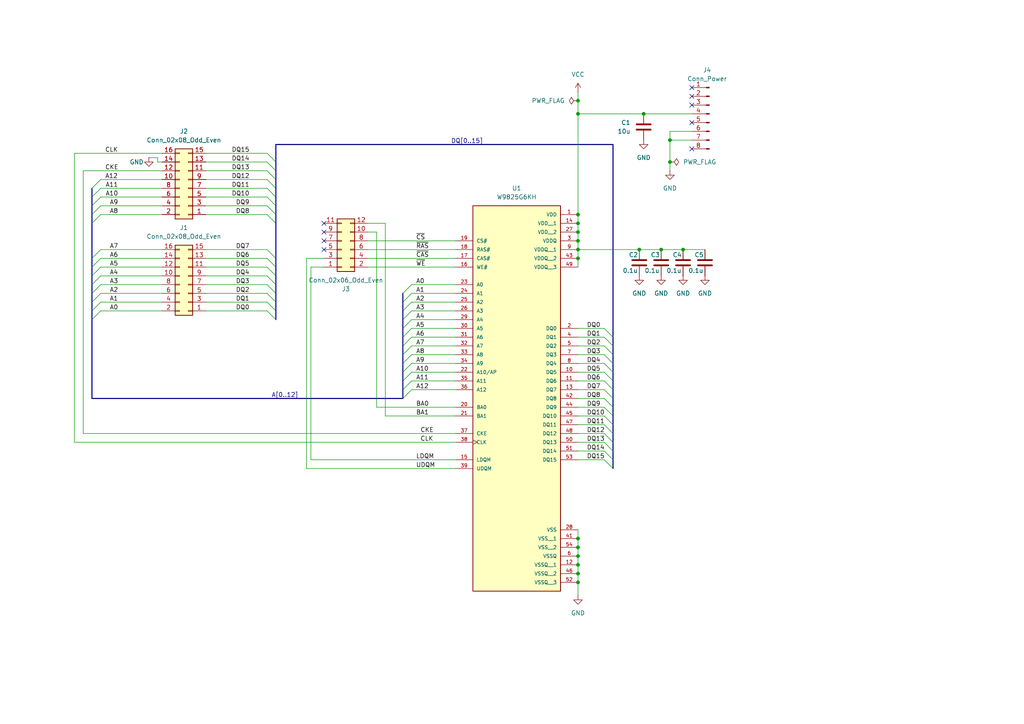
<source format=kicad_sch>
(kicad_sch (version 20231120) (generator "eeschema") (generator_version "8.0")
  (paper "A4")
  (lib_symbols
    (symbol "AS4C32M16SB-6TIN:AS4C32M16SB-6TIN" (pin_names (offset 1.016))
      (property "Reference" "U" (at -12.7 44.45 0))
      (property "Value" "AS4C32M16SB-6TIN" (at -12.7 -69.85 0))
      (symbol "AS4C32M16SB-6TIN_0_0"
        (rectangle (start -12.7 -68.58) (end 12.7 43.18) (stroke (width 0.254)) (fill (type background)))
        (pin power_in line (at 17.78 40.64 180) (length 5.08) (name "VDD") (number "1"))
        (pin bidirectional line (at 17.78 -5.08 180) (length 5.08) (name "DQ5") (number "10"))
        (pin bidirectional line (at 17.78 -7.62 180) (length 5.08) (name "DQ6") (number "11"))
        (pin power_in line (at 17.78 -60.96 180) (length 5.08) (name "VSSQ__1") (number "12"))
        (pin bidirectional line (at 17.78 -10.16 180) (length 5.08) (name "DQ7") (number "13"))
        (pin power_in line (at 17.78 38.1 180) (length 5.08) (name "VDD__1") (number "14"))
        (pin input line (at -17.78 -30.48 0) (length 5.08) (name "LDQM") (number "15"))
        (pin input line (at -17.78 25.4 0) (length 5.08) (name "WE#") (number "16"))
        (pin input line (at -17.78 27.94 0) (length 5.08) (name "CAS#") (number "17"))
        (pin input line (at -17.78 30.48 0) (length 5.08) (name "RAS#") (number "18"))
        (pin input line (at -17.78 33.02 0) (length 5.08) (name "CS#") (number "19"))
        (pin bidirectional line (at 17.78 7.62 180) (length 5.08) (name "DQ0") (number "2"))
        (pin input line (at -17.78 -15.24 0) (length 5.08) (name "BA0") (number "20"))
        (pin input line (at -17.78 -17.78 0) (length 5.08) (name "BA1") (number "21"))
        (pin input line (at -17.78 -5.08 0) (length 5.08) (name "A10/AP") (number "22"))
        (pin input line (at -17.78 20.32 0) (length 5.08) (name "A0") (number "23"))
        (pin input line (at -17.78 17.78 0) (length 5.08) (name "A1") (number "24"))
        (pin input line (at -17.78 15.24 0) (length 5.08) (name "A2") (number "25"))
        (pin input line (at -17.78 12.7 0) (length 5.08) (name "A3") (number "26"))
        (pin power_in line (at 17.78 35.56 180) (length 5.08) (name "VDD__2") (number "27"))
        (pin power_in line (at 17.78 -50.8 180) (length 5.08) (name "VSS") (number "28"))
        (pin input line (at -17.78 10.16 0) (length 5.08) (name "A4") (number "29"))
        (pin power_in line (at 17.78 33.02 180) (length 5.08) (name "VDDQ") (number "3"))
        (pin input line (at -17.78 7.62 0) (length 5.08) (name "A5") (number "30"))
        (pin input line (at -17.78 5.08 0) (length 5.08) (name "A6") (number "31"))
        (pin input line (at -17.78 2.54 0) (length 5.08) (name "A7") (number "32"))
        (pin input line (at -17.78 0 0) (length 5.08) (name "A8") (number "33"))
        (pin input line (at -17.78 -2.54 0) (length 5.08) (name "A9") (number "34"))
        (pin input line (at -17.78 -7.62 0) (length 5.08) (name "A11") (number "35"))
        (pin input line (at -17.78 -10.16 0) (length 5.08) (name "A12") (number "36"))
        (pin input line (at -17.78 -22.86 0) (length 5.08) (name "CKE") (number "37"))
        (pin input clock (at -17.78 -25.4 0) (length 5.08) (name "CLK") (number "38"))
        (pin input line (at -17.78 -33.02 0) (length 5.08) (name "UDQM") (number "39"))
        (pin bidirectional line (at 17.78 5.08 180) (length 5.08) (name "DQ1") (number "4"))
        (pin power_in line (at 17.78 -53.34 180) (length 5.08) (name "VSS__1") (number "41"))
        (pin bidirectional line (at 17.78 -12.7 180) (length 5.08) (name "DQ8") (number "42"))
        (pin power_in line (at 17.78 27.94 180) (length 5.08) (name "VDDQ__2") (number "43"))
        (pin bidirectional line (at 17.78 -15.24 180) (length 5.08) (name "DQ9") (number "44"))
        (pin bidirectional line (at 17.78 -17.78 180) (length 5.08) (name "DQ10") (number "45"))
        (pin power_in line (at 17.78 -63.5 180) (length 5.08) (name "VSSQ__2") (number "46"))
        (pin bidirectional line (at 17.78 -20.32 180) (length 5.08) (name "DQ11") (number "47"))
        (pin bidirectional line (at 17.78 -22.86 180) (length 5.08) (name "DQ12") (number "48"))
        (pin power_in line (at 17.78 25.4 180) (length 5.08) (name "VDDQ__3") (number "49"))
        (pin bidirectional line (at 17.78 2.54 180) (length 5.08) (name "DQ2") (number "5"))
        (pin bidirectional line (at 17.78 -25.4 180) (length 5.08) (name "DQ13") (number "50"))
        (pin bidirectional line (at 17.78 -27.94 180) (length 5.08) (name "DQ14") (number "51"))
        (pin power_in line (at 17.78 -66.04 180) (length 5.08) (name "VSSQ__3") (number "52"))
        (pin bidirectional line (at 17.78 -30.48 180) (length 5.08) (name "DQ15") (number "53"))
        (pin power_in line (at 17.78 -55.88 180) (length 5.08) (name "VSS__2") (number "54"))
        (pin power_in line (at 17.78 -58.42 180) (length 5.08) (name "VSSQ") (number "6"))
        (pin bidirectional line (at 17.78 0 180) (length 5.08) (name "DQ3") (number "7"))
        (pin bidirectional line (at 17.78 -2.54 180) (length 5.08) (name "DQ4") (number "8"))
        (pin power_in line (at 17.78 30.48 180) (length 5.08) (name "VDDQ__1") (number "9"))
      )
    )
    (symbol "Connector:Conn_01x08_Pin" (pin_names (offset 1.016) hide)
      (property "Reference" "J" (at 0 10.16 0))
      (property "Value" "Conn_01x08_Pin" (at 0 -12.7 0))
      (symbol "Conn_01x08_Pin_1_1"
        (polyline (pts (xy 1.27 -10.16) (xy 0.8636 -10.16)) (stroke (width 0.1524)))
        (polyline (pts (xy 1.27 -7.62) (xy 0.8636 -7.62)) (stroke (width 0.1524)))
        (polyline (pts (xy 1.27 -5.08) (xy 0.8636 -5.08)) (stroke (width 0.1524)))
        (polyline (pts (xy 1.27 -2.54) (xy 0.8636 -2.54)) (stroke (width 0.1524)))
        (polyline (pts (xy 1.27 0) (xy 0.8636 0)) (stroke (width 0.1524)))
        (polyline (pts (xy 1.27 2.54) (xy 0.8636 2.54)) (stroke (width 0.1524)))
        (polyline (pts (xy 1.27 5.08) (xy 0.8636 5.08)) (stroke (width 0.1524)))
        (polyline (pts (xy 1.27 7.62) (xy 0.8636 7.62)) (stroke (width 0.1524)))
        (rectangle (start 0.8636 -10.033) (end 0 -10.287) (stroke (width 0.1524)) (fill (type outline)))
        (rectangle (start 0.8636 -7.493) (end 0 -7.747) (stroke (width 0.1524)) (fill (type outline)))
        (rectangle (start 0.8636 -4.953) (end 0 -5.207) (stroke (width 0.1524)) (fill (type outline)))
        (rectangle (start 0.8636 -2.413) (end 0 -2.667) (stroke (width 0.1524)) (fill (type outline)))
        (rectangle (start 0.8636 0.127) (end 0 -0.127) (stroke (width 0.1524)) (fill (type outline)))
        (rectangle (start 0.8636 2.667) (end 0 2.413) (stroke (width 0.1524)) (fill (type outline)))
        (rectangle (start 0.8636 5.207) (end 0 4.953) (stroke (width 0.1524)) (fill (type outline)))
        (rectangle (start 0.8636 7.747) (end 0 7.493) (stroke (width 0.1524)) (fill (type outline)))
        (pin passive line (at 5.08 7.62 180) (length 3.81) (name "Pin_1") (number "1"))
        (pin passive line (at 5.08 5.08 180) (length 3.81) (name "Pin_2") (number "2"))
        (pin passive line (at 5.08 2.54 180) (length 3.81) (name "Pin_3") (number "3"))
        (pin passive line (at 5.08 0 180) (length 3.81) (name "Pin_4") (number "4"))
        (pin passive line (at 5.08 -2.54 180) (length 3.81) (name "Pin_5") (number "5"))
        (pin passive line (at 5.08 -5.08 180) (length 3.81) (name "Pin_6") (number "6"))
        (pin passive line (at 5.08 -7.62 180) (length 3.81) (name "Pin_7") (number "7"))
        (pin passive line (at 5.08 -10.16 180) (length 3.81) (name "Pin_8") (number "8"))
      )
    )
    (symbol "Connector_Generic:Conn_02x06_Odd_Even" (pin_names (offset 1.016) hide)
      (property "Reference" "J" (at 1.27 7.62 0))
      (property "Value" "Conn_02x06_Odd_Even" (at 1.27 -10.16 0))
      (symbol "Conn_02x06_Odd_Even_1_1"
        (rectangle (start -1.27 -7.493) (end 0 -7.747) (stroke (width 0.1524)))
        (rectangle (start -1.27 -4.953) (end 0 -5.207) (stroke (width 0.1524)))
        (rectangle (start -1.27 -2.413) (end 0 -2.667) (stroke (width 0.1524)))
        (rectangle (start -1.27 0.127) (end 0 -0.127) (stroke (width 0.1524)))
        (rectangle (start -1.27 2.667) (end 0 2.413) (stroke (width 0.1524)))
        (rectangle (start -1.27 5.207) (end 0 4.953) (stroke (width 0.1524)))
        (rectangle (start -1.27 6.35) (end 3.81 -8.89) (stroke (width 0.254)) (fill (type background)))
        (rectangle (start 3.81 -7.493) (end 2.54 -7.747) (stroke (width 0.1524)))
        (rectangle (start 3.81 -4.953) (end 2.54 -5.207) (stroke (width 0.1524)))
        (rectangle (start 3.81 -2.413) (end 2.54 -2.667) (stroke (width 0.1524)))
        (rectangle (start 3.81 0.127) (end 2.54 -0.127) (stroke (width 0.1524)))
        (rectangle (start 3.81 2.667) (end 2.54 2.413) (stroke (width 0.1524)))
        (rectangle (start 3.81 5.207) (end 2.54 4.953) (stroke (width 0.1524)))
        (pin passive line (at -5.08 5.08 0) (length 3.81) (name "Pin_1") (number "1"))
        (pin passive line (at 7.62 -5.08 180) (length 3.81) (name "Pin_10") (number "10"))
        (pin passive line (at -5.08 -7.62 0) (length 3.81) (name "Pin_11") (number "11"))
        (pin passive line (at 7.62 -7.62 180) (length 3.81) (name "Pin_12") (number "12"))
        (pin passive line (at 7.62 5.08 180) (length 3.81) (name "Pin_2") (number "2"))
        (pin passive line (at -5.08 2.54 0) (length 3.81) (name "Pin_3") (number "3"))
        (pin passive line (at 7.62 2.54 180) (length 3.81) (name "Pin_4") (number "4"))
        (pin passive line (at -5.08 0 0) (length 3.81) (name "Pin_5") (number "5"))
        (pin passive line (at 7.62 0 180) (length 3.81) (name "Pin_6") (number "6"))
        (pin passive line (at -5.08 -2.54 0) (length 3.81) (name "Pin_7") (number "7"))
        (pin passive line (at 7.62 -2.54 180) (length 3.81) (name "Pin_8") (number "8"))
        (pin passive line (at -5.08 -5.08 0) (length 3.81) (name "Pin_9") (number "9"))
      )
    )
    (symbol "Connector_Generic:Conn_02x08_Odd_Even" (pin_names (offset 1.016) hide)
      (property "Reference" "J" (at 1.27 10.16 0))
      (property "Value" "Conn_02x08_Odd_Even" (at 1.27 -12.7 0))
      (symbol "Conn_02x08_Odd_Even_1_1"
        (rectangle (start -1.27 -10.033) (end 0 -10.287) (stroke (width 0.1524)))
        (rectangle (start -1.27 -7.493) (end 0 -7.747) (stroke (width 0.1524)))
        (rectangle (start -1.27 -4.953) (end 0 -5.207) (stroke (width 0.1524)))
        (rectangle (start -1.27 -2.413) (end 0 -2.667) (stroke (width 0.1524)))
        (rectangle (start -1.27 0.127) (end 0 -0.127) (stroke (width 0.1524)))
        (rectangle (start -1.27 2.667) (end 0 2.413) (stroke (width 0.1524)))
        (rectangle (start -1.27 5.207) (end 0 4.953) (stroke (width 0.1524)))
        (rectangle (start -1.27 7.747) (end 0 7.493) (stroke (width 0.1524)))
        (rectangle (start -1.27 8.89) (end 3.81 -11.43) (stroke (width 0.254)) (fill (type background)))
        (rectangle (start 3.81 -10.033) (end 2.54 -10.287) (stroke (width 0.1524)))
        (rectangle (start 3.81 -7.493) (end 2.54 -7.747) (stroke (width 0.1524)))
        (rectangle (start 3.81 -4.953) (end 2.54 -5.207) (stroke (width 0.1524)))
        (rectangle (start 3.81 -2.413) (end 2.54 -2.667) (stroke (width 0.1524)))
        (rectangle (start 3.81 0.127) (end 2.54 -0.127) (stroke (width 0.1524)))
        (rectangle (start 3.81 2.667) (end 2.54 2.413) (stroke (width 0.1524)))
        (rectangle (start 3.81 5.207) (end 2.54 4.953) (stroke (width 0.1524)))
        (rectangle (start 3.81 7.747) (end 2.54 7.493) (stroke (width 0.1524)))
        (pin passive line (at -5.08 7.62 0) (length 3.81) (name "Pin_1") (number "1"))
        (pin passive line (at 7.62 -2.54 180) (length 3.81) (name "Pin_10") (number "10"))
        (pin passive line (at -5.08 -5.08 0) (length 3.81) (name "Pin_11") (number "11"))
        (pin passive line (at 7.62 -5.08 180) (length 3.81) (name "Pin_12") (number "12"))
        (pin passive line (at -5.08 -7.62 0) (length 3.81) (name "Pin_13") (number "13"))
        (pin passive line (at 7.62 -7.62 180) (length 3.81) (name "Pin_14") (number "14"))
        (pin passive line (at -5.08 -10.16 0) (length 3.81) (name "Pin_15") (number "15"))
        (pin passive line (at 7.62 -10.16 180) (length 3.81) (name "Pin_16") (number "16"))
        (pin passive line (at 7.62 7.62 180) (length 3.81) (name "Pin_2") (number "2"))
        (pin passive line (at -5.08 5.08 0) (length 3.81) (name "Pin_3") (number "3"))
        (pin passive line (at 7.62 5.08 180) (length 3.81) (name "Pin_4") (number "4"))
        (pin passive line (at -5.08 2.54 0) (length 3.81) (name "Pin_5") (number "5"))
        (pin passive line (at 7.62 2.54 180) (length 3.81) (name "Pin_6") (number "6"))
        (pin passive line (at -5.08 0 0) (length 3.81) (name "Pin_7") (number "7"))
        (pin passive line (at 7.62 0 180) (length 3.81) (name "Pin_8") (number "8"))
        (pin passive line (at -5.08 -2.54 0) (length 3.81) (name "Pin_9") (number "9"))
      )
    )
    (symbol "Device:C" (pin_numbers hide) (pin_names (offset 0.254))
      (property "Reference" "C" (at 0.635 2.54 0))
      (property "Value" "C" (at 0.635 -2.54 0))
      (symbol "C_0_1"
        (polyline (pts (xy -2.032 -0.762) (xy 2.032 -0.762)) (stroke (width 0.508)))
        (polyline (pts (xy -2.032 0.762) (xy 2.032 0.762)) (stroke (width 0.508)))
      )
      (symbol "C_1_1"
        (pin passive line (at 0 3.81 270) (length 2.794) (name "~") (number "1"))
        (pin passive line (at 0 -3.81 90) (length 2.794) (name "~") (number "2"))
      )
    )
    (symbol "power:GND" (power) (pin_numbers hide) (pin_names (offset 0) hide)
      (property "Value" "GND" (at 0 -3.81 0))
      (symbol "GND_0_1"
        (polyline (pts (xy 0 0) (xy 0 -1.27) (xy 1.27 -1.27) (xy 0 -2.54) (xy -1.27 -1.27) (xy 0 -1.27)))
      )
      (symbol "GND_1_1"
        (pin power_in line (at 0 0 270) (length 0) (name "~") (number "1"))
      )
    )
    (symbol "power:PWR_FLAG" (power) (pin_numbers hide) (pin_names (offset 0) hide)
      (property "Value" "PWR_FLAG" (at 0 3.81 0))
      (symbol "PWR_FLAG_0_0"
        (pin power_out line (at 0 0 90) (length 0) (name "~") (number "1"))
      )
      (symbol "PWR_FLAG_0_1"
        (polyline (pts (xy 0 0) (xy 0 1.27) (xy -1.016 1.905) (xy 0 2.54) (xy 1.016 1.905) (xy 0 1.27)))
      )
    )
    (symbol "power:VCC" (power) (pin_numbers hide) (pin_names (offset 0) hide)
      (property "Value" "VCC" (at 0 3.556 0))
      (symbol "VCC_0_1"
        (polyline (pts (xy -0.762 1.27) (xy 0 2.54)))
        (polyline (pts (xy 0 0) (xy 0 2.54)))
        (polyline (pts (xy 0 2.54) (xy 0.762 1.27)))
      )
      (symbol "VCC_1_1"
        (pin power_in line (at 0 0 90) (length 0) (name "~") (number "1"))
      )
    )
  )
  (junction (at 167.64 29.21))
  (junction (at 167.64 69.85))
  (junction (at 167.64 64.77))
  (junction (at 167.64 168.91))
  (junction (at 167.64 74.93))
  (junction (at 167.64 72.39))
  (junction (at 194.31 46.99))
  (junction (at 167.64 161.29))
  (junction (at 186.69 33.02))
  (junction (at 167.64 67.31))
  (junction (at 167.64 166.37))
  (junction (at 191.77 72.39))
  (junction (at 194.31 40.64))
  (junction (at 167.64 163.83))
  (junction (at 167.64 156.21))
  (junction (at 167.64 62.23))
  (junction (at 185.42 72.39))
  (junction (at 198.12 72.39))
  (junction (at 167.64 158.75))
  (junction (at 167.64 33.02))
  (no_connect (at 200.66 35.56))
  (no_connect (at 93.98 67.31))
  (no_connect (at 200.66 27.94))
  (no_connect (at 200.66 43.18))
  (no_connect (at 93.98 72.39))
  (no_connect (at 93.98 69.85))
  (no_connect (at 200.66 25.4))
  (no_connect (at 200.66 30.48))
  (no_connect (at 93.98 64.77))
  (bus_entry (at 80.01 57.15) (size -2.54 -2.54))
  (bus_entry (at 119.38 97.79) (size -2.54 2.54))
  (bus_entry (at 175.26 97.79) (size 2.54 2.54))
  (bus_entry (at 119.38 102.87) (size -2.54 2.54))
  (bus_entry (at 175.26 100.33) (size 2.54 2.54))
  (bus_entry (at 175.26 133.35) (size 2.54 2.54))
  (bus_entry (at 119.38 110.49) (size -2.54 2.54))
  (bus_entry (at 119.38 85.09) (size -2.54 2.54))
  (bus_entry (at 119.38 100.33) (size -2.54 2.54))
  (bus_entry (at 26.67 87.63) (size 2.54 -2.54))
  (bus_entry (at 175.26 105.41) (size 2.54 2.54))
  (bus_entry (at 175.26 128.27) (size 2.54 2.54))
  (bus_entry (at 175.26 95.25) (size 2.54 2.54))
  (bus_entry (at 175.26 102.87) (size 2.54 2.54))
  (bus_entry (at 80.01 90.17) (size -2.54 -2.54))
  (bus_entry (at 80.01 54.61) (size -2.54 -2.54))
  (bus_entry (at 26.67 54.61) (size 2.54 -2.54))
  (bus_entry (at 26.67 85.09) (size 2.54 -2.54))
  (bus_entry (at 80.01 49.53) (size -2.54 -2.54))
  (bus_entry (at 119.38 105.41) (size -2.54 2.54))
  (bus_entry (at 116.84 115.57) (size 2.54 -2.54))
  (bus_entry (at 26.67 57.15) (size 2.54 -2.54))
  (bus_entry (at 80.01 80.01) (size -2.54 -2.54))
  (bus_entry (at 119.38 87.63) (size -2.54 2.54))
  (bus_entry (at 119.38 107.95) (size -2.54 2.54))
  (bus_entry (at 26.67 59.69) (size 2.54 -2.54))
  (bus_entry (at 80.01 64.77) (size -2.54 -2.54))
  (bus_entry (at 119.38 95.25) (size -2.54 2.54))
  (bus_entry (at 80.01 74.93) (size -2.54 -2.54))
  (bus_entry (at 119.38 90.17) (size -2.54 2.54))
  (bus_entry (at 26.67 92.71) (size 2.54 -2.54))
  (bus_entry (at 175.26 125.73) (size 2.54 2.54))
  (bus_entry (at 80.01 62.23) (size -2.54 -2.54))
  (bus_entry (at 80.01 77.47) (size -2.54 -2.54))
  (bus_entry (at 26.67 74.93) (size 2.54 -2.54))
  (bus_entry (at 175.26 110.49) (size 2.54 2.54))
  (bus_entry (at 80.01 46.99) (size -2.54 -2.54))
  (bus_entry (at 26.67 82.55) (size 2.54 -2.54))
  (bus_entry (at 175.26 115.57) (size 2.54 2.54))
  (bus_entry (at 80.01 85.09) (size -2.54 -2.54))
  (bus_entry (at 26.67 77.47) (size 2.54 -2.54))
  (bus_entry (at 26.67 62.23) (size 2.54 -2.54))
  (bus_entry (at 26.67 90.17) (size 2.54 -2.54))
  (bus_entry (at 80.01 52.07) (size -2.54 -2.54))
  (bus_entry (at 119.38 92.71) (size -2.54 2.54))
  (bus_entry (at 175.26 123.19) (size 2.54 2.54))
  (bus_entry (at 175.26 120.65) (size 2.54 2.54))
  (bus_entry (at 175.26 118.11) (size 2.54 2.54))
  (bus_entry (at 80.01 59.69) (size -2.54 -2.54))
  (bus_entry (at 26.67 80.01) (size 2.54 -2.54))
  (bus_entry (at 26.67 64.77) (size 2.54 -2.54))
  (bus_entry (at 175.26 107.95) (size 2.54 2.54))
  (bus_entry (at 80.01 87.63) (size -2.54 -2.54))
  (bus_entry (at 80.01 92.71) (size -2.54 -2.54))
  (bus_entry (at 80.01 82.55) (size -2.54 -2.54))
  (bus_entry (at 175.26 130.81) (size 2.54 2.54))
  (bus_entry (at 175.26 113.03) (size 2.54 2.54))
  (bus_entry (at 119.38 82.55) (size -2.54 2.54))
  (wire (pts (xy 167.64 72.39) (xy 185.42 72.39)))
  (wire (pts (xy 167.64 29.21) (xy 167.64 33.02)))
  (wire (pts (xy 167.64 158.75) (xy 167.64 161.29)))
  (wire (pts (xy 167.64 115.57) (xy 175.26 115.57)))
  (wire (pts (xy 167.64 72.39) (xy 167.64 74.93)))
  (wire (pts (xy 167.64 110.49) (xy 175.26 110.49)))
  (wire (pts (xy 119.38 92.71) (xy 132.08 92.71)))
  (bus (pts (xy 116.84 105.41) (xy 116.84 102.87)))
  (wire (pts (xy 88.9 135.89) (xy 132.08 135.89)))
  (bus (pts (xy 80.01 54.61) (xy 80.01 52.07)))
  (wire (pts (xy 191.77 72.39) (xy 198.12 72.39)))
  (wire (pts (xy 167.64 118.11) (xy 175.26 118.11)))
  (bus (pts (xy 80.01 85.09) (xy 80.01 82.55)))
  (wire (pts (xy 167.64 102.87) (xy 175.26 102.87)))
  (wire (pts (xy 119.38 97.79) (xy 132.08 97.79)))
  (bus (pts (xy 177.8 133.35) (xy 177.8 130.81)))
  (wire (pts (xy 119.38 95.25) (xy 132.08 95.25)))
  (bus (pts (xy 116.84 107.95) (xy 116.84 110.49)))
  (wire (pts (xy 29.21 80.01) (xy 46.99 80.01)))
  (bus (pts (xy 116.84 97.79) (xy 116.84 100.33)))
  (bus (pts (xy 26.67 74.93) (xy 26.67 77.47)))
  (bus (pts (xy 116.84 115.57) (xy 116.84 113.03)))
  (bus (pts (xy 80.01 64.77) (xy 80.01 74.93)))
  (bus (pts (xy 177.8 118.11) (xy 177.8 120.65)))
  (wire (pts (xy 167.64 130.81) (xy 175.26 130.81)))
  (wire (pts (xy 77.47 85.09) (xy 59.69 85.09)))
  (wire (pts (xy 167.64 62.23) (xy 167.64 64.77)))
  (wire (pts (xy 59.69 49.53) (xy 77.47 49.53)))
  (bus (pts (xy 80.01 59.69) (xy 80.01 57.15)))
  (wire (pts (xy 167.64 97.79) (xy 175.26 97.79)))
  (bus (pts (xy 177.8 100.33) (xy 177.8 102.87)))
  (wire (pts (xy 106.68 64.77) (xy 111.76 64.77)))
  (wire (pts (xy 29.21 74.93) (xy 46.99 74.93)))
  (bus (pts (xy 80.01 62.23) (xy 80.01 64.77)))
  (wire (pts (xy 88.9 74.93) (xy 88.9 135.89)))
  (wire (pts (xy 46.99 62.23) (xy 29.21 62.23)))
  (wire (pts (xy 106.68 67.31) (xy 109.22 67.31)))
  (bus (pts (xy 80.01 80.01) (xy 80.01 77.47)))
  (wire (pts (xy 194.31 46.99) (xy 194.31 49.53)))
  (wire (pts (xy 194.31 38.1) (xy 200.66 38.1)))
  (wire (pts (xy 119.38 105.41) (xy 132.08 105.41)))
  (wire (pts (xy 24.13 49.53) (xy 24.13 125.73)))
  (wire (pts (xy 90.17 77.47) (xy 93.98 77.47)))
  (wire (pts (xy 167.64 128.27) (xy 175.26 128.27)))
  (wire (pts (xy 59.69 57.15) (xy 77.47 57.15)))
  (bus (pts (xy 80.01 92.71) (xy 80.01 90.17)))
  (bus (pts (xy 80.01 52.07) (xy 80.01 49.53)))
  (wire (pts (xy 167.64 163.83) (xy 167.64 166.37)))
  (bus (pts (xy 26.67 92.71) (xy 26.67 115.57)))
  (bus (pts (xy 177.8 107.95) (xy 177.8 110.49)))
  (wire (pts (xy 43.18 45.72) (xy 45.72 45.72)))
  (wire (pts (xy 167.64 95.25) (xy 175.26 95.25)))
  (bus (pts (xy 177.8 105.41) (xy 177.8 107.95)))
  (bus (pts (xy 116.84 105.41) (xy 116.84 107.95)))
  (wire (pts (xy 185.42 72.39) (xy 191.77 72.39)))
  (bus (pts (xy 177.8 110.49) (xy 177.8 113.03)))
  (bus (pts (xy 177.8 41.91) (xy 177.8 97.79)))
  (wire (pts (xy 109.22 118.11) (xy 132.08 118.11)))
  (wire (pts (xy 59.69 46.99) (xy 77.47 46.99)))
  (wire (pts (xy 77.47 80.01) (xy 59.69 80.01)))
  (wire (pts (xy 29.21 82.55) (xy 46.99 82.55)))
  (wire (pts (xy 167.64 26.67) (xy 167.64 29.21)))
  (wire (pts (xy 194.31 38.1) (xy 194.31 40.64)))
  (wire (pts (xy 93.98 74.93) (xy 88.9 74.93)))
  (wire (pts (xy 167.64 133.35) (xy 175.26 133.35)))
  (wire (pts (xy 119.38 87.63) (xy 132.08 87.63)))
  (wire (pts (xy 167.64 74.93) (xy 167.64 77.47)))
  (wire (pts (xy 198.12 72.39) (xy 204.47 72.39)))
  (wire (pts (xy 119.38 102.87) (xy 132.08 102.87)))
  (bus (pts (xy 80.01 82.55) (xy 80.01 80.01)))
  (bus (pts (xy 177.8 133.35) (xy 177.8 135.89)))
  (wire (pts (xy 167.64 67.31) (xy 167.64 69.85)))
  (bus (pts (xy 116.84 95.25) (xy 116.84 97.79)))
  (wire (pts (xy 46.99 54.61) (xy 29.21 54.61)))
  (wire (pts (xy 194.31 40.64) (xy 200.66 40.64)))
  (wire (pts (xy 45.72 46.99) (xy 46.99 46.99)))
  (bus (pts (xy 177.8 130.81) (xy 177.8 128.27)))
  (wire (pts (xy 106.68 69.85) (xy 132.08 69.85)))
  (wire (pts (xy 77.47 74.93) (xy 59.69 74.93)))
  (bus (pts (xy 80.01 87.63) (xy 80.01 85.09)))
  (bus (pts (xy 26.67 62.23) (xy 26.67 64.77)))
  (bus (pts (xy 26.67 82.55) (xy 26.67 85.09)))
  (wire (pts (xy 119.38 90.17) (xy 132.08 90.17)))
  (wire (pts (xy 24.13 49.53) (xy 46.99 49.53)))
  (wire (pts (xy 29.21 72.39) (xy 46.99 72.39)))
  (bus (pts (xy 177.8 123.19) (xy 177.8 125.73)))
  (wire (pts (xy 119.38 110.49) (xy 132.08 110.49)))
  (wire (pts (xy 77.47 77.47) (xy 59.69 77.47)))
  (bus (pts (xy 177.8 120.65) (xy 177.8 123.19)))
  (wire (pts (xy 29.21 90.17) (xy 46.99 90.17)))
  (wire (pts (xy 167.64 69.85) (xy 167.64 72.39)))
  (wire (pts (xy 167.64 113.03) (xy 175.26 113.03)))
  (bus (pts (xy 80.01 57.15) (xy 80.01 54.61)))
  (wire (pts (xy 21.59 128.27) (xy 21.59 44.45)))
  (wire (pts (xy 119.38 107.95) (xy 132.08 107.95)))
  (wire (pts (xy 24.13 125.73) (xy 132.08 125.73)))
  (wire (pts (xy 21.59 128.27) (xy 132.08 128.27)))
  (wire (pts (xy 167.64 120.65) (xy 175.26 120.65)))
  (wire (pts (xy 111.76 64.77) (xy 111.76 120.65)))
  (bus (pts (xy 80.01 59.69) (xy 80.01 62.23)))
  (wire (pts (xy 106.68 74.93) (xy 132.08 74.93)))
  (wire (pts (xy 200.66 33.02) (xy 186.69 33.02)))
  (wire (pts (xy 167.64 153.67) (xy 167.64 156.21)))
  (wire (pts (xy 59.69 52.07) (xy 77.47 52.07)))
  (wire (pts (xy 167.64 125.73) (xy 175.26 125.73)))
  (bus (pts (xy 116.84 113.03) (xy 116.84 110.49)))
  (wire (pts (xy 167.64 107.95) (xy 175.26 107.95)))
  (wire (pts (xy 119.38 85.09) (xy 132.08 85.09)))
  (bus (pts (xy 26.67 59.69) (xy 26.67 62.23)))
  (wire (pts (xy 29.21 52.07) (xy 46.99 52.07)))
  (wire (pts (xy 167.64 168.91) (xy 167.64 172.72)))
  (wire (pts (xy 109.22 67.31) (xy 109.22 118.11)))
  (bus (pts (xy 80.01 49.53) (xy 80.01 46.99)))
  (wire (pts (xy 167.64 105.41) (xy 175.26 105.41)))
  (bus (pts (xy 177.8 128.27) (xy 177.8 125.73)))
  (wire (pts (xy 119.38 113.03) (xy 132.08 113.03)))
  (wire (pts (xy 186.69 33.02) (xy 167.64 33.02)))
  (wire (pts (xy 119.38 100.33) (xy 132.08 100.33)))
  (bus (pts (xy 177.8 97.79) (xy 177.8 100.33)))
  (bus (pts (xy 26.67 64.77) (xy 26.67 74.93)))
  (bus (pts (xy 116.84 85.09) (xy 116.84 87.63)))
  (bus (pts (xy 26.67 115.57) (xy 116.84 115.57)))
  (wire (pts (xy 29.21 85.09) (xy 46.99 85.09)))
  (wire (pts (xy 167.64 156.21) (xy 167.64 158.75)))
  (bus (pts (xy 177.8 115.57) (xy 177.8 118.11)))
  (bus (pts (xy 116.84 90.17) (xy 116.84 92.71)))
  (bus (pts (xy 26.67 80.01) (xy 26.67 82.55)))
  (wire (pts (xy 77.47 90.17) (xy 59.69 90.17)))
  (wire (pts (xy 132.08 120.65) (xy 111.76 120.65)))
  (wire (pts (xy 90.17 133.35) (xy 90.17 77.47)))
  (wire (pts (xy 59.69 59.69) (xy 77.47 59.69)))
  (wire (pts (xy 59.69 54.61) (xy 77.47 54.61)))
  (bus (pts (xy 80.01 90.17) (xy 80.01 87.63)))
  (bus (pts (xy 177.8 113.03) (xy 177.8 115.57)))
  (wire (pts (xy 167.64 64.77) (xy 167.64 67.31)))
  (bus (pts (xy 26.67 57.15) (xy 26.67 59.69)))
  (wire (pts (xy 167.64 166.37) (xy 167.64 168.91)))
  (wire (pts (xy 46.99 57.15) (xy 29.21 57.15)))
  (bus (pts (xy 80.01 77.47) (xy 80.01 74.93)))
  (wire (pts (xy 29.21 77.47) (xy 46.99 77.47)))
  (wire (pts (xy 77.47 82.55) (xy 59.69 82.55)))
  (bus (pts (xy 26.67 90.17) (xy 26.67 92.71)))
  (wire (pts (xy 106.68 72.39) (xy 132.08 72.39)))
  (wire (pts (xy 59.69 44.45) (xy 77.47 44.45)))
  (wire (pts (xy 46.99 59.69) (xy 29.21 59.69)))
  (bus (pts (xy 26.67 54.61) (xy 26.67 57.15)))
  (bus (pts (xy 116.84 87.63) (xy 116.84 90.17)))
  (wire (pts (xy 77.47 62.23) (xy 59.69 62.23)))
  (bus (pts (xy 80.01 46.99) (xy 80.01 41.91)))
  (wire (pts (xy 106.68 77.47) (xy 132.08 77.47)))
  (wire (pts (xy 29.21 87.63) (xy 46.99 87.63)))
  (bus (pts (xy 177.8 102.87) (xy 177.8 105.41)))
  (wire (pts (xy 77.47 87.63) (xy 59.69 87.63)))
  (bus (pts (xy 116.84 100.33) (xy 116.84 102.87)))
  (bus (pts (xy 116.84 95.25) (xy 116.84 92.71)))
  (bus (pts (xy 80.01 41.91) (xy 177.8 41.91)))
  (wire (pts (xy 45.72 45.72) (xy 45.72 46.99)))
  (wire (pts (xy 21.59 44.45) (xy 46.99 44.45)))
  (wire (pts (xy 119.38 82.55) (xy 132.08 82.55)))
  (wire (pts (xy 167.64 161.29) (xy 167.64 163.83)))
  (bus (pts (xy 26.67 87.63) (xy 26.67 90.17)))
  (wire (pts (xy 194.31 40.64) (xy 194.31 46.99)))
  (wire (pts (xy 167.64 100.33) (xy 175.26 100.33)))
  (bus (pts (xy 26.67 77.47) (xy 26.67 80.01)))
  (wire (pts (xy 90.17 133.35) (xy 132.08 133.35)))
  (wire (pts (xy 167.64 123.19) (xy 175.26 123.19)))
  (wire (pts (xy 77.47 72.39) (xy 59.69 72.39)))
  (bus (pts (xy 26.67 85.09) (xy 26.67 87.63)))
  (wire (pts (xy 167.64 33.02) (xy 167.64 62.23)))
  (label "DQ9" (at 170.18 118.11 0))
  (label "~{CS}" (at 120.65 69.85 0))
  (label "DQ13" (at 72.39 49.53 180))
  (label "LDQM" (at 120.65 133.35 0))
  (label "A[0..12]" (at 78.74 115.57 0))
  (label "DQ1" (at 170.18 97.79 0))
  (label "DQ1" (at 72.39 87.63 180))
  (label "~{CAS}" (at 120.65 74.93 0))
  (label "CKE" (at 30.48 49.53 0))
  (label "A1" (at 120.65 85.09 0))
  (label "A0" (at 120.65 82.55 0))
  (label "A8" (at 34.29 62.23 180))
  (label "CLK" (at 30.48 44.45 0))
  (label "DQ15" (at 72.39 44.45 180))
  (label "DQ8" (at 72.39 62.23 180))
  (label "BA1" (at 120.65 120.65 0))
  (label "DQ3" (at 170.18 102.87 0))
  (label "DQ2" (at 170.18 100.33 0))
  (label "DQ14" (at 72.39 46.99 180))
  (label "A12" (at 30.48 52.07 0))
  (label "DQ4" (at 72.39 80.01 180))
  (label "DQ14" (at 170.18 130.81 0))
  (label "A10" (at 120.65 107.95 0))
  (label "A2" (at 120.65 87.63 0))
  (label "A4" (at 34.29 80.01 180))
  (label "A7" (at 34.29 72.39 180))
  (label "A7" (at 120.65 100.33 0))
  (label "DQ11" (at 170.18 123.19 0))
  (label "CKE" (at 121.92 125.73 0))
  (label "A6" (at 34.29 74.93 180))
  (label "DQ[0..15]" (at 130.81 41.91 0))
  (label "DQ0" (at 170.18 95.25 0))
  (label "DQ0" (at 72.39 90.17 180))
  (label "DQ6" (at 72.39 74.93 180))
  (label "BA0" (at 120.65 118.11 0))
  (label "DQ6" (at 170.18 110.49 0))
  (label "A5" (at 34.29 77.47 180))
  (label "A3" (at 34.29 82.55 180))
  (label "A2" (at 34.29 85.09 180))
  (label "A9" (at 34.29 59.69 180))
  (label "A3" (at 120.65 90.17 0))
  (label "DQ5" (at 170.18 107.95 0))
  (label "UDQM" (at 120.65 135.89 0))
  (label "A11" (at 34.29 54.61 180))
  (label "A5" (at 120.65 95.25 0))
  (label "DQ2" (at 72.39 85.09 180))
  (label "DQ12" (at 170.18 125.73 0))
  (label "DQ4" (at 170.18 105.41 0))
  (label "DQ9" (at 72.39 59.69 180))
  (label "DQ12" (at 72.39 52.07 180))
  (label "DQ5" (at 72.39 77.47 180))
  (label "A8" (at 120.65 102.87 0))
  (label "DQ7" (at 72.39 72.39 180))
  (label "A1" (at 34.29 87.63 180))
  (label "DQ11" (at 72.39 54.61 180))
  (label "DQ7" (at 170.18 113.03 0))
  (label "~{WE}" (at 120.65 77.47 0))
  (label "A12" (at 120.65 113.03 0))
  (label "A10" (at 34.29 57.15 180))
  (label "DQ3" (at 72.39 82.55 180))
  (label "DQ8" (at 170.18 115.57 0))
  (label "A0" (at 34.29 90.17 180))
  (label "DQ10" (at 170.18 120.65 0))
  (label "DQ15" (at 170.18 133.35 0))
  (label "A11" (at 120.65 110.49 0))
  (label "DQ13" (at 170.18 128.27 0))
  (label "~{RAS}" (at 120.65 72.39 0))
  (label "A6" (at 120.65 97.79 0))
  (label "DQ10" (at 72.39 57.15 180))
  (label "CLK" (at 121.92 128.27 0))
  (label "A9" (at 120.65 105.41 0))
  (label "A4" (at 120.65 92.71 0))
  (symbol (lib_id "Device:C") (at 186.69 36.83 0) (mirror y) (unit 1)
    (property "Reference" "C1" (at 182.88 35.5599 0) (effects (justify left)))
    (property "Value" "10u" (at 182.88 38.0999 0) (effects (justify left)))
    (property "Footprint" "Capacitor_SMD:C_0805_2012Metric" (effects (hide yes)))
    (property "Description" "Unpolarized capacitor" (effects (hide yes)))
  )
  (symbol (lib_id "Connector_Generic:Conn_02x08_Odd_Even") (at 54.61 82.55 180) (unit 1)
    (property "Reference" "J1" (at 53.34 66.04 0))
    (property "Value" "Conn_02x08_Odd_Even" (at 53.34 68.58 0))
    (property "Footprint" "Connector_PinHeader_2.54mm:PinHeader_2x08_P2.54mm_Vertical" (effects (hide yes)))
    (property "Description" "Generic connector, double row, 02x08, odd/even pin numbering scheme (row 1 odd numbers, row 2 even numbers), script generated (kicad-library-utils/schlib/autogen/connector/)" (effects (hide yes)))
  )
  (symbol (lib_id "power:PWR_FLAG") (at 167.64 29.21 90) (unit 1)
    (property "Reference" "#FLG01" (effects (hide yes)))
    (property "Value" "PWR_FLAG" (at 163.83 29.2099 90) (effects (justify left)))
    (property "Description" "Special symbol for telling ERC where power comes from" (effects (hide yes)))
  )
  (symbol (lib_id "Device:C") (at 204.47 76.2 0) (unit 1)
    (property "Reference" "C5" (at 201.422 73.914 0) (effects (justify left)))
    (property "Value" "0.1u" (at 199.644 78.486 0) (effects (justify left)))
    (property "Footprint" "Capacitor_SMD:C_0805_2012Metric" (effects (hide yes)))
    (property "Description" "Unpolarized capacitor" (effects (hide yes)))
  )
  (symbol (lib_id "power:PWR_FLAG") (at 194.31 46.99 270) (unit 1)
    (property "Reference" "#FLG02" (effects (hide yes)))
    (property "Value" "PWR_FLAG" (at 198.12 46.9899 90) (effects (justify left)))
    (property "Description" "Special symbol for telling ERC where power comes from" (effects (hide yes)))
  )
  (symbol (lib_id "AS4C32M16SB-6TIN:AS4C32M16SB-6TIN") (at 149.86 102.87 0) (unit 1)
    (property "Reference" "U1" (at 149.86 54.61 0))
    (property "Value" "W9825G6KH" (at 149.86 57.15 0))
    (property "Footprint" "Package_SO:TSOP-II-54_22.2x10.16mm_P0.8mm" (effects (hide yes)))
    (property "E2_MAX" "0.0" (effects (hide yes)))
    (property "B_NOM" "0.35" (effects (hide yes)))
    (property "D_MAX" "22.35" (effects (hide yes)))
    (property "E1_NOM" "10.16" (effects (hide yes)))
    (property "E1_MIN" "10.03" (effects (hide yes)))
    (property "B_MAX" "0.45" (effects (hide yes)))
    (property "D2_MAX" "0.0" (effects (hide yes)))
    (property "ENOM" "0.8" (effects (hide yes)))
    (property "D_NOM" "22.22" (effects (hide yes)))
    (property "L_MAX" "0.6" (effects (hide yes)))
    (property "A_MAX" "1.2" (effects (hide yes)))
    (property "A_NOM" "1.2" (effects (hide yes)))
    (property "A_MIN" "1.2" (effects (hide yes)))
    (property "STANDARD" "IPC 7351B" (effects (hide yes)))
    (property "PARTREV" "1.2" (effects (hide yes)))
    (property "E_NOM" "11.76" (effects (hide yes)))
    (property "B_MIN" "0.25" (effects (hide yes)))
    (property "PIN_COUNT" "54.0" (effects (hide yes)))
    (property "L_NOM" "0.5" (effects (hide yes)))
    (property "MANUFACTURER" "Alliance Memory" (effects (hide yes)))
    (property "A1_MIN" "0.05" (effects (hide yes)))
    (property "E1_MAX" "10.29" (effects (hide yes)))
    (property "E_MIN" "11.56" (effects (hide yes)))
    (property "D_MIN" "22.09" (effects (hide yes)))
    (property "L_MIN" "0.4" (effects (hide yes)))
    (property "E_MAX" "11.96" (effects (hide yes)))
  )
  (symbol (lib_id "power:GND") (at 191.77 80.01 0) (unit 1)
    (property "Reference" "#PWR01" (effects (hide yes)))
    (property "Value" "GND" (at 191.77 85.09 0))
    (property "Description" "Power symbol creates a global label with name \"GND\" , ground" (effects (hide yes)))
  )
  (symbol (lib_id "Connector_Generic:Conn_02x06_Odd_Even") (at 99.06 72.39 0) (mirror x) (unit 1)
    (property "Reference" "J3" (at 100.33 83.82 0))
    (property "Value" "Conn_02x06_Odd_Even" (at 100.33 81.28 0))
    (property "Footprint" "Connector_PinHeader_2.54mm:PinHeader_2x06_P2.54mm_Vertical" (effects (hide yes)))
    (property "Description" "Generic connector, double row, 02x06, odd/even pin numbering scheme (row 1 odd numbers, row 2 even numbers), script generated (kicad-library-utils/schlib/autogen/connector/)" (effects (hide yes)))
  )
  (symbol (lib_id "power:GND") (at 194.31 49.53 0) (unit 1)
    (property "Reference" "#PWR06" (effects (hide yes)))
    (property "Value" "GND" (at 194.31 54.61 0))
    (property "Description" "Power symbol creates a global label with name \"GND\" , ground" (effects (hide yes)))
  )
  (symbol (lib_id "Device:C") (at 185.42 76.2 0) (unit 1)
    (property "Reference" "C2" (at 182.372 73.914 0) (effects (justify left)))
    (property "Value" "0.1u" (at 180.594 78.486 0) (effects (justify left)))
    (property "Footprint" "Capacitor_SMD:C_0805_2012Metric" (effects (hide yes)))
    (property "Description" "Unpolarized capacitor" (effects (hide yes)))
  )
  (symbol (lib_id "power:GND") (at 204.47 80.01 0) (unit 1)
    (property "Reference" "#PWR08" (effects (hide yes)))
    (property "Value" "GND" (at 204.47 85.09 0))
    (property "Description" "Power symbol creates a global label with name \"GND\" , ground" (effects (hide yes)))
  )
  (symbol (lib_id "power:GND") (at 167.64 172.72 0) (unit 1)
    (property "Reference" "#PWR03" (effects (hide yes)))
    (property "Value" "GND" (at 167.64 177.8 0))
    (property "Description" "Power symbol creates a global label with name \"GND\" , ground" (effects (hide yes)))
  )
  (symbol (lib_id "Connector:Conn_01x08_Pin") (at 205.74 33.02 0) (mirror y) (unit 1)
    (property "Reference" "J4" (at 205.105 20.32 0))
    (property "Value" "Conn_Power" (at 205.105 22.86 0))
    (property "Footprint" "Connector_PinHeader_2.54mm:PinHeader_1x08_P2.54mm_Vertical" (effects (hide yes)))
    (property "Description" "Generic connector, single row, 01x08, script generated" (effects (hide yes)))
  )
  (symbol (lib_id "power:GND") (at 43.18 45.72 0) (mirror y) (unit 1)
    (property "Reference" "#PWR05" (effects (hide yes)))
    (property "Value" "GND" (at 39.624 46.99 0))
    (property "Description" "Power symbol creates a global label with name \"GND\" , ground" (effects (hide yes)))
  )
  (symbol (lib_id "Device:C") (at 198.12 76.2 0) (unit 1)
    (property "Reference" "C4" (at 195.072 73.914 0) (effects (justify left)))
    (property "Value" "0.1u" (at 193.294 78.486 0) (effects (justify left)))
    (property "Footprint" "Capacitor_SMD:C_0805_2012Metric" (effects (hide yes)))
    (property "Description" "Unpolarized capacitor" (effects (hide yes)))
  )
  (symbol (lib_id "power:GND") (at 186.69 40.64 0) (mirror y) (unit 1)
    (property "Reference" "#PWR02" (effects (hide yes)))
    (property "Value" "GND" (at 186.69 45.72 0))
    (property "Description" "Power symbol creates a global label with name \"GND\" , ground" (effects (hide yes)))
  )
  (symbol (lib_id "power:GND") (at 185.42 80.01 0) (unit 1)
    (property "Reference" "#PWR011" (effects (hide yes)))
    (property "Value" "GND" (at 185.42 85.09 0))
    (property "Description" "Power symbol creates a global label with name \"GND\" , ground" (effects (hide yes)))
  )
  (symbol (lib_id "Device:C") (at 191.77 76.2 0) (unit 1)
    (property "Reference" "C3" (at 188.722 73.914 0) (effects (justify left)))
    (property "Value" "0.1u" (at 186.944 78.486 0) (effects (justify left)))
    (property "Footprint" "Capacitor_SMD:C_0805_2012Metric" (effects (hide yes)))
    (property "Description" "Unpolarized capacitor" (effects (hide yes)))
  )
  (symbol (lib_id "Connector_Generic:Conn_02x08_Odd_Even") (at 54.61 54.61 180) (unit 1)
    (property "Reference" "J2" (at 53.34 38.1 0))
    (property "Value" "Conn_02x08_Odd_Even" (at 53.34 40.64 0))
    (property "Footprint" "Connector_PinHeader_2.54mm:PinHeader_2x08_P2.54mm_Vertical" (effects (hide yes)))
    (property "Description" "Generic connector, double row, 02x08, odd/even pin numbering scheme (row 1 odd numbers, row 2 even numbers), script generated (kicad-library-utils/schlib/autogen/connector/)" (effects (hide yes)))
  )
  (symbol (lib_id "power:VCC") (at 167.64 26.67 0) (unit 1)
    (property "Reference" "#PWR04" (effects (hide yes)))
    (property "Value" "VCC" (at 167.64 21.59 0))
    (property "Description" "Power symbol creates a global label with name \"VCC\"" (effects (hide yes)))
  )
  (symbol (lib_id "power:GND") (at 198.12 80.01 0) (unit 1)
    (property "Reference" "#PWR07" (effects (hide yes)))
    (property "Value" "GND" (at 198.12 85.09 0))
    (property "Description" "Power symbol creates a global label with name \"GND\" , ground" (effects (hide yes)))
  )
)
</source>
